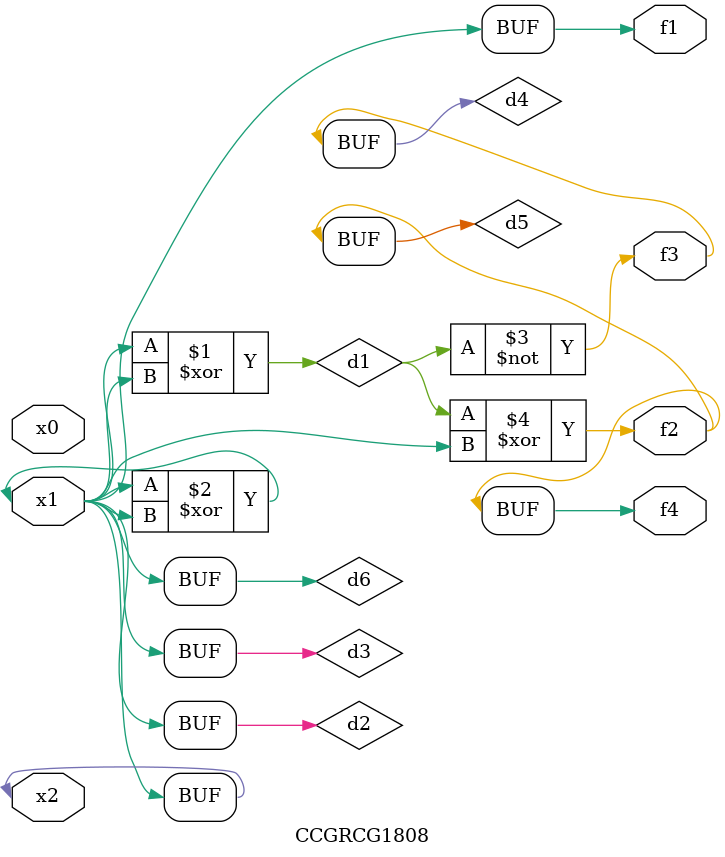
<source format=v>
module CCGRCG1808(
	input x0, x1, x2,
	output f1, f2, f3, f4
);

	wire d1, d2, d3, d4, d5, d6;

	xor (d1, x1, x2);
	buf (d2, x1, x2);
	xor (d3, x1, x2);
	nor (d4, d1);
	xor (d5, d1, d2);
	buf (d6, d2, d3);
	assign f1 = d6;
	assign f2 = d5;
	assign f3 = d4;
	assign f4 = d5;
endmodule

</source>
